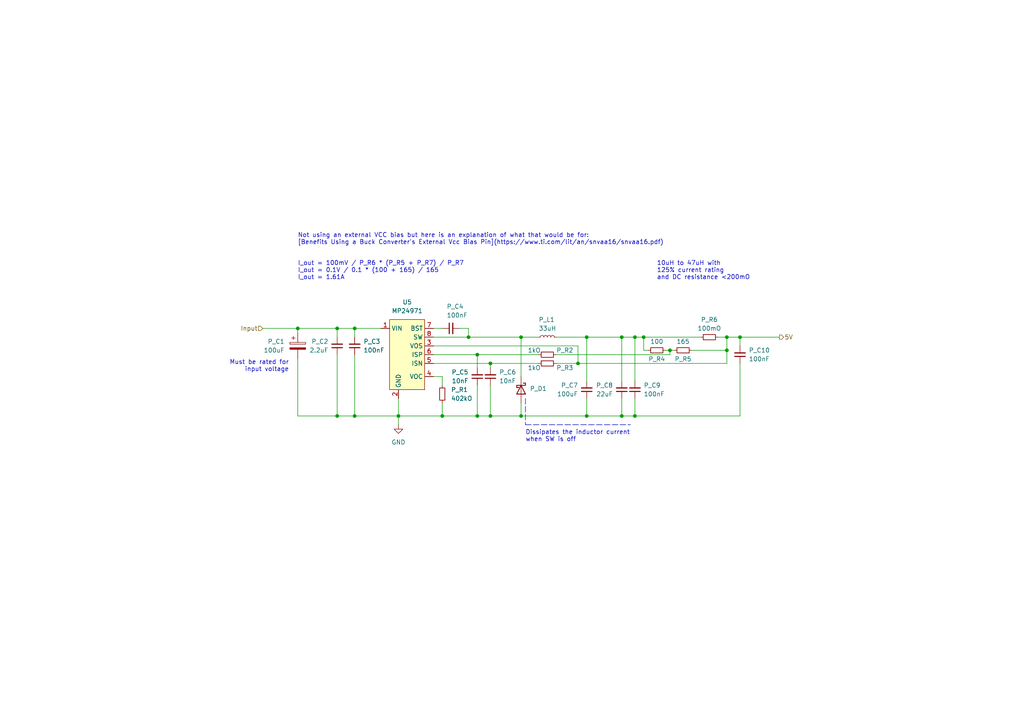
<source format=kicad_sch>
(kicad_sch (version 20211123) (generator eeschema)
  (paper "A4")
  (title_block (title "Anchor7: Buck Converter to 5V, 1.5A"))
  (lib_symbols
    (symbol "Device:C_Polarized" (pin_numbers hide) (pin_names (offset 0.254))
      (property "Reference" "C" (at 0.635 2.54 0))
      (property "Value" "C_Polarized" (at 0.635 -2.54 0))
      (symbol "C_Polarized_0_1"
        (rectangle (start -2.286 0.508) (end 2.286 1.016))
        (polyline (pts (xy -1.778 2.286) (xy -0.762 2.286)))
        (polyline (pts (xy -1.27 2.794) (xy -1.27 1.778)))
        (rectangle (start 2.286 -0.508) (end -2.286 -1.016) (fill (type outline)))
      )
      (symbol "C_Polarized_1_1"
        (pin passive line (at 0 3.81 270) (length 2.794) (name "~") (number "1"))
        (pin passive line (at 0 -3.81 90) (length 2.794) (name "~") (number "2"))
      )
    )
    (symbol "Device:C_Small" (pin_numbers hide) (pin_names (offset 0.254) hide)
      (property "Reference" "C" (at 0.254 1.778 0))
      (property "Value" "C_Small" (at 0.254 -2.032 0))
      (symbol "C_Small_0_1"
        (polyline (pts (xy -1.524 -0.508) (xy 1.524 -0.508)) (stroke (width 0.3302)))
        (polyline (pts (xy -1.524 0.508) (xy 1.524 0.508)) (stroke (width 0.3048)))
      )
      (symbol "C_Small_1_1"
        (pin passive line (at 0 2.54 270) (length 2.032) (name "~") (number "1"))
        (pin passive line (at 0 -2.54 90) (length 2.032) (name "~") (number "2"))
      )
    )
    (symbol "Device:D_Schottky" (pin_numbers hide) (pin_names (offset 1.016) hide)
      (property "Reference" "D" (at 0 2.54 0))
      (property "Value" "D_Schottky" (at 0 -2.54 0))
      (symbol "D_Schottky_0_1"
        (polyline (pts (xy 1.27 0) (xy -1.27 0)))
        (polyline (pts (xy 1.27 1.27) (xy 1.27 -1.27) (xy -1.27 0) (xy 1.27 1.27)) (stroke (width 0.254)))
        (polyline (pts (xy -1.905 0.635) (xy -1.905 1.27) (xy -1.27 1.27) (xy -1.27 -1.27) (xy -0.635 -1.27) (xy -0.635 -0.635)) (stroke (width 0.254)))
      )
      (symbol "D_Schottky_1_1"
        (pin passive line (at -3.81 0 0) (length 2.54) (name "K") (number "1"))
        (pin passive line (at 3.81 0 180) (length 2.54) (name "A") (number "2"))
      )
    )
    (symbol "Device:L_Small" (pin_numbers hide) (pin_names (offset 0.254) hide)
      (property "Reference" "L" (at 0.762 1.016 0))
      (property "Value" "L_Small" (at 0.762 -1.016 0))
      (symbol "L_Small_0_1"
        (arc (start 0 -2.032) (mid 0.508 -1.524) (end 0 -1.016))
        (arc (start 0 -1.016) (mid 0.508 -0.508) (end 0 0))
        (arc (start 0 0) (mid 0.508 0.508) (end 0 1.016))
        (arc (start 0 1.016) (mid 0.508 1.524) (end 0 2.032))
      )
      (symbol "L_Small_1_1"
        (pin passive line (at 0 2.54 270) (length 0.508) (name "~") (number "1"))
        (pin passive line (at 0 -2.54 90) (length 0.508) (name "~") (number "2"))
      )
    )
    (symbol "Device:R_Small" (pin_numbers hide) (pin_names (offset 0.254) hide)
      (property "Reference" "R" (at 0.762 0.508 0))
      (property "Value" "R_Small" (at 0.762 -1.016 0))
      (symbol "R_Small_0_1"
        (rectangle (start -0.762 1.778) (end 0.762 -1.778) (stroke (width 0.2032)))
      )
      (symbol "R_Small_1_1"
        (pin passive line (at 0 2.54 270) (length 0.762) (name "~") (number "1"))
        (pin passive line (at 0 -2.54 90) (length 0.762) (name "~") (number "2"))
      )
    )
    (symbol "Jmptable_Regulator_Switching:MP24971"
      (property "Reference" "U" (at -3.81 11.43 0))
      (property "Value" "MP24971" (at 0 13.97 0))
      (symbol "MP24971_0_0"
        (pin power_in line (at -7.62 7.62 0) (length 2.54) (name "VIN") (number "1"))
        (pin power_in line (at -2.54 -12.7 90) (length 2.54) (name "GND") (number "2"))
        (pin input line (at 7.62 2.54 180) (length 2.54) (name "VOS") (number "3"))
        (pin input line (at 7.62 -6.35 180) (length 2.54) (name "VOC") (number "4"))
        (pin input line (at 7.62 -2.54 180) (length 2.54) (name "ISN") (number "5"))
        (pin input line (at 7.62 0 180) (length 2.54) (name "ISP") (number "6"))
        (pin power_in line (at 7.62 7.62 180) (length 2.54) (name "BST") (number "7"))
        (pin power_out line (at 7.62 5.08 180) (length 2.54) (name "SW") (number "8"))
        (pin power_in line (at -2.54 -12.7 90) (length 2.54) hide (name "GND") (number "9"))
      )
      (symbol "MP24971_0_1"
        (rectangle (start -5.08 10.16) (end 5.08 -10.16) (stroke (width 0.1524)) (fill (type background)))
      )
    )
    (symbol "power:GND" (power) (pin_names (offset 0))
      (property "Value" "GND" (at 0 -3.81 0))
      (symbol "GND_0_1"
        (polyline (pts (xy 0 0) (xy 0 -1.27) (xy 1.27 -1.27) (xy 0 -2.54) (xy -1.27 -1.27) (xy 0 -1.27)))
      )
      (symbol "GND_1_1"
        (pin power_in line (at 0 0 270) (length 0) hide (name "GND") (number "1"))
      )
    )
  )
  (junction (at 170.18 97.79))
  (junction (at 210.82 101.6))
  (junction (at 167.64 105.41))
  (junction (at 180.34 97.79))
  (junction (at 97.79 95.25))
  (junction (at 128.27 120.65))
  (junction (at 151.13 120.65))
  (junction (at 170.18 120.65))
  (junction (at 142.24 120.65))
  (junction (at 97.79 120.65))
  (junction (at 184.15 97.79))
  (junction (at 102.87 95.25))
  (junction (at 138.43 102.87))
  (junction (at 142.24 105.41))
  (junction (at 194.31 101.6))
  (junction (at 180.34 120.65))
  (junction (at 184.15 120.65))
  (junction (at 186.69 97.79))
  (junction (at 210.82 97.79))
  (junction (at 135.89 97.79))
  (junction (at 86.36 95.25))
  (junction (at 115.57 120.65))
  (junction (at 214.63 97.79))
  (junction (at 151.13 97.79))
  (junction (at 138.43 120.65))
  (junction (at 102.87 120.65))
  (wire (pts (xy 97.79 120.65) (xy 86.36 120.65)))
  (wire (pts (xy 138.43 120.65) (xy 142.24 120.65)))
  (wire (pts (xy 76.2 95.25) (xy 86.36 95.25)))
  (wire (pts (xy 138.43 120.65) (xy 128.27 120.65)))
  (wire (pts (xy 115.57 115.57) (xy 115.57 120.65)))
  (wire (pts (xy 102.87 95.25) (xy 102.87 97.79)))
  (wire (pts (xy 86.36 95.25) (xy 97.79 95.25)))
  (wire (pts (xy 170.18 97.79) (xy 161.29 97.79)))
  (wire (pts (xy 167.64 105.41) (xy 161.29 105.41)))
  (wire (pts (xy 170.18 97.79) (xy 180.34 97.79)))
  (wire (pts (xy 97.79 95.25) (xy 97.79 97.79)))
  (wire (pts (xy 151.13 97.79) (xy 151.13 109.22)))
  (wire (pts (xy 180.34 97.79) (xy 180.34 110.49)))
  (wire (pts (xy 125.73 97.79) (xy 135.89 97.79)))
  (wire (pts (xy 186.69 101.6) (xy 186.69 97.79)))
  (wire (pts (xy 184.15 97.79) (xy 180.34 97.79)))
  (polyline (pts (xy 152.4 123.19) (xy 182.88 123.19)))
  (wire (pts (xy 170.18 120.65) (xy 170.18 115.57)))
  (wire (pts (xy 200.66 101.6) (xy 210.82 101.6)))
  (wire (pts (xy 128.27 116.84) (xy 128.27 120.65)))
  (wire (pts (xy 167.64 105.41) (xy 210.82 105.41)))
  (wire (pts (xy 97.79 95.25) (xy 102.87 95.25)))
  (wire (pts (xy 102.87 95.25) (xy 110.49 95.25)))
  (wire (pts (xy 125.73 102.87) (xy 138.43 102.87)))
  (wire (pts (xy 86.36 95.25) (xy 86.36 96.52)))
  (wire (pts (xy 135.89 95.25) (xy 133.35 95.25)))
  (wire (pts (xy 194.31 102.87) (xy 194.31 101.6)))
  (wire (pts (xy 97.79 102.87) (xy 97.79 120.65)))
  (wire (pts (xy 151.13 120.65) (xy 170.18 120.65)))
  (wire (pts (xy 184.15 110.49) (xy 184.15 97.79)))
  (wire (pts (xy 128.27 120.65) (xy 115.57 120.65)))
  (wire (pts (xy 115.57 120.65) (xy 102.87 120.65)))
  (wire (pts (xy 167.64 100.33) (xy 167.64 105.41)))
  (wire (pts (xy 125.73 100.33) (xy 167.64 100.33)))
  (wire (pts (xy 184.15 120.65) (xy 184.15 115.57)))
  (wire (pts (xy 214.63 97.79) (xy 210.82 97.79)))
  (wire (pts (xy 186.69 97.79) (xy 203.2 97.79)))
  (wire (pts (xy 161.29 102.87) (xy 194.31 102.87)))
  (wire (pts (xy 138.43 111.76) (xy 138.43 120.65)))
  (wire (pts (xy 138.43 102.87) (xy 138.43 106.68)))
  (wire (pts (xy 214.63 120.65) (xy 214.63 105.41)))
  (wire (pts (xy 151.13 97.79) (xy 156.21 97.79)))
  (wire (pts (xy 128.27 109.22) (xy 128.27 111.76)))
  (wire (pts (xy 135.89 97.79) (xy 135.89 95.25)))
  (wire (pts (xy 210.82 105.41) (xy 210.82 101.6)))
  (wire (pts (xy 210.82 101.6) (xy 210.82 97.79)))
  (wire (pts (xy 135.89 97.79) (xy 151.13 97.79)))
  (polyline (pts (xy 152.4 115.57) (xy 152.4 123.19)))
  (wire (pts (xy 102.87 120.65) (xy 97.79 120.65)))
  (wire (pts (xy 125.73 95.25) (xy 128.27 95.25)))
  (wire (pts (xy 180.34 120.65) (xy 180.34 115.57)))
  (wire (pts (xy 184.15 120.65) (xy 214.63 120.65)))
  (wire (pts (xy 142.24 120.65) (xy 151.13 120.65)))
  (wire (pts (xy 115.57 123.19) (xy 115.57 120.65)))
  (wire (pts (xy 214.63 100.33) (xy 214.63 97.79)))
  (wire (pts (xy 125.73 105.41) (xy 142.24 105.41)))
  (wire (pts (xy 186.69 97.79) (xy 184.15 97.79)))
  (wire (pts (xy 102.87 102.87) (xy 102.87 120.65)))
  (wire (pts (xy 142.24 105.41) (xy 142.24 106.68)))
  (wire (pts (xy 142.24 120.65) (xy 142.24 111.76)))
  (wire (pts (xy 194.31 101.6) (xy 195.58 101.6)))
  (wire (pts (xy 214.63 97.79) (xy 226.06 97.79)))
  (wire (pts (xy 142.24 105.41) (xy 156.21 105.41)))
  (wire (pts (xy 138.43 102.87) (xy 156.21 102.87)))
  (wire (pts (xy 187.96 101.6) (xy 186.69 101.6)))
  (wire (pts (xy 180.34 120.65) (xy 184.15 120.65)))
  (wire (pts (xy 170.18 110.49) (xy 170.18 97.79)))
  (wire (pts (xy 194.31 101.6) (xy 193.04 101.6)))
  (wire (pts (xy 125.73 109.22) (xy 128.27 109.22)))
  (wire (pts (xy 210.82 97.79) (xy 208.28 97.79)))
  (wire (pts (xy 151.13 120.65) (xy 151.13 116.84)))
  (wire (pts (xy 86.36 104.14) (xy 86.36 120.65)))
  (wire (pts (xy 170.18 120.65) (xy 180.34 120.65)))
  (text "10uH to 47uH with\n125% current rating\nand DC resistance <200mO" (at 190.5 81.28 0) (effects (font (size 1.27 1.27)) (justify left bottom)))
  (text "Not using an external VCC bias but here is an explanation of what that would be for:\n[Benefits Using a Buck Converter's External Vcc Bias Pin](https://www.ti.com/lit/an/snvaa16/snvaa16.pdf)" (at 86.36 71.12 0) (effects (font (size 1.27 1.27)) (justify left bottom)))
  (text "Must be rated for\ninput voltage" (at 83.82 107.95 180) (effects (font (size 1.27 1.27)) (justify right bottom)))
  (text "Dissipates the inductor current\nwhen SW is off" (at 152.4 128.27 0) (effects (font (size 1.27 1.27)) (justify left bottom)))
  (text "I_out = 100mV / P_R6 * (P_R5 + P_R7) / P_R7\nI_out = 0.1V / 0.1 * (100 + 165) / 165\nI_out = 1.61A" (at 86.36 81.28 0) (effects (font (size 1.27 1.27)) (justify left bottom)))
  (hierarchical_label "5V" (shape output) (at 226.06 97.79 0))
  (hierarchical_label "Input" (shape input) (at 76.2 95.25 180))
  (symbol (lib_id "Device:R_Small") (at 158.75 102.87 90) (mirror x) (unit 1)
    (property "Reference" "P_R2" (at 163.83 101.6 90))
    (property "Value" "1kO" (at 154.94 101.6 90))
    (property "Footprint" "Resistor_SMD:R_0402_1005Metric" (effects hide))
    (property "Digi-Key Part Number" "P1.0KJTR-ND" (effects hide))
  )
  (symbol (lib_id "Device:C_Small") (at 180.34 113.03 0) (mirror x) (unit 1)
    (property "Reference" "P_C8" (at 177.8 111.7535 0) (effects (justify right)))
    (property "Value" "22uF" (at 177.8 114.2935 0) (effects (justify right)))
    (property "Footprint" "Capacitor_SMD:C_0805_2012Metric" (effects hide))
    (property "Digi-Key Part Number" "490-10511-2-ND" (effects hide))
  )
  (symbol (lib_id "Device:C_Polarized") (at 86.36 100.33 0) (unit 1)
    (property "Reference" "P_C1" (at 82.55 99.06 0) (effects (justify right)))
    (property "Value" "100uF" (at 82.55 101.6 0) (effects (justify right)))
    (property "Footprint" "Capacitor_THT:CP_Radial_D8.0mm_P3.50mm" (effects hide))
    (property "Digi-Key Part Number" "1189-3041-ND" (effects hide))
  )
  (symbol (lib_id "Device:C_Small") (at 170.18 113.03 0) (mirror x) (unit 1)
    (property "Reference" "P_C7" (at 167.64 111.7535 0) (effects (justify right)))
    (property "Value" "100uF" (at 167.64 114.2935 0) (effects (justify right)))
    (property "Footprint" "Capacitor_SMD:C_1210_3225Metric" (effects hide))
    (property "Digi-Key Part Number" "1276-1092-2-ND" (effects hide))
  )
  (symbol (lib_id "Device:C_Small") (at 214.63 102.87 180) (unit 1)
    (property "Reference" "P_C10" (at 217.17 101.5935 0) (effects (justify right)))
    (property "Value" "100nF" (at 217.17 104.1335 0) (effects (justify right)))
    (property "Footprint" "Capacitor_SMD:C_0402_1005Metric" (effects hide))
    (property "Digi-Key Part Number" "1276-1004-2-ND" (effects hide))
  )
  (symbol (lib_id "Device:C_Small") (at 102.87 100.33 180) (unit 1)
    (property "Reference" "P_C3" (at 105.41 99.0535 0) (effects (justify right)))
    (property "Value" "100nF" (at 105.41 101.5935 0) (effects (justify right)))
    (property "Footprint" "Capacitor_SMD:C_0805_2012Metric" (effects hide))
    (property "Digi-Key Part Number" "399-C0805C104KMREC7210TR-ND" (effects hide))
  )
  (symbol (lib_id "Device:D_Schottky") (at 151.13 113.03 270) (unit 1)
    (property "Reference" "P_D1" (at 153.67 112.7124 90) (effects (justify left)))
    (property "Value" "D_Schottky" (effects hide))
    (property "Footprint" "Diode_SMD:D_SMA" (effects hide))
    (property "Digi-Key Part Number" "641-1102-2-ND" (effects hide))
  )
  (symbol (lib_id "Device:C_Small") (at 97.79 100.33 0) (mirror x) (unit 1)
    (property "Reference" "P_C2" (at 95.25 99.0535 0) (effects (justify right)))
    (property "Value" "2.2uF" (at 95.25 101.5935 0) (effects (justify right)))
    (property "Footprint" "Capacitor_SMD:C_1206_3216Metric" (effects hide))
    (property "Digi-Key Part Number" "445-181654-2-ND" (effects hide))
  )
  (symbol (lib_id "Device:R_Small") (at 205.74 97.79 90) (unit 1)
    (property "Reference" "P_R6" (at 205.74 92.71 90))
    (property "Value" "100mO" (at 205.74 95.25 90))
    (property "Footprint" "Resistor_SMD:R_2512_6332Metric" (effects hide))
    (property "Digi-Key Part Number" "CSRN2512FKR100TR-ND" (effects hide))
  )
  (symbol (lib_id "Device:R_Small") (at 198.12 101.6 90) (unit 1)
    (property "Reference" "P_R5" (at 198.12 104.14 90))
    (property "Value" "165" (at 198.12 99.06 90))
    (property "Footprint" "Resistor_SMD:R_0402_1005Metric" (effects hide))
    (property "Digi-Key Part Number" "RMCF0402FT165RTR-ND" (effects hide))
  )
  (symbol (lib_id "Device:R_Small") (at 190.5 101.6 90) (unit 1)
    (property "Reference" "P_R4" (at 190.5 104.14 90))
    (property "Value" "100" (at 190.5 99.06 90))
    (property "Footprint" "Resistor_SMD:R_0402_1005Metric" (effects hide))
    (property "Digi-Key Part Number" "CR0402-JW-101GLFTR-ND" (effects hide))
  )
  (symbol (lib_id "power:GND") (at 115.57 123.19 0) (unit 1)
    (property "Reference" "#PWR0137" (effects hide))
    (property "Value" "GND" (at 115.57 128.27 0))
  )
  (symbol (lib_id "Device:L_Small") (at 158.75 97.79 90) (unit 1)
    (property "Reference" "P_L1" (at 156.21 92.71 90) (effects (justify right)))
    (property "Value" "33uH" (at 156.21 95.25 90) (effects (justify right)))
    (property "Footprint" "Jmptable_Inductor_SMD:L_Taiyo-Yuden_NS-125xx" (effects hide))
    (property "Digi-Key Part Number" "NS12555T330MN" (effects hide))
  )
  (symbol (lib_id "Device:R_Small") (at 158.75 105.41 90) (mirror x) (unit 1)
    (property "Reference" "P_R3" (at 163.83 106.68 90))
    (property "Value" "1kO" (at 154.94 106.68 90))
    (property "Footprint" "Resistor_SMD:R_0402_1005Metric" (effects hide))
    (property "Digi-Key Part Number" "P1.0KJTR-ND" (effects hide))
  )
  (symbol (lib_id "Jmptable_Regulator_Switching:MP24971") (at 118.11 102.87 0) (unit 1)
    (property "Reference" "U5" (at 118.11 87.63 0))
    (property "Value" "MP24971" (at 118.11 90.17 0))
    (property "Footprint" "Package_SO:SOIC-8-1EP_3.9x4.9mm_P1.27mm_EP2.29x3mm_ThermalVias" (effects hide))
    (property "Datasheet" "https://www.monolithicpower.com/en/documentview/productdocument/index/version/2/document_type/Datasheet/lang/EN/sku/MP24971/document_id/1970/" (effects hide))
    (property "Digi-Key Part Number" "MP24971DN-LF-Z " (effects hide))
  )
  (symbol (lib_id "Device:C_Small") (at 130.81 95.25 90) (unit 1)
    (property "Reference" "P_C4" (at 129.54 88.9 90) (effects (justify right)))
    (property "Value" "100nF" (at 129.54 91.44 90) (effects (justify right)))
    (property "Footprint" "Capacitor_SMD:C_0402_1005Metric" (effects hide))
    (property "Digi-Key Part Number" "1276-1004-2-ND" (effects hide))
  )
  (symbol (lib_id "Device:C_Small") (at 184.15 113.03 180) (unit 1)
    (property "Reference" "P_C9" (at 186.69 111.7535 0) (effects (justify right)))
    (property "Value" "100nF" (at 186.69 114.2935 0) (effects (justify right)))
    (property "Footprint" "Capacitor_SMD:C_0402_1005Metric" (effects hide))
    (property "Digi-Key Part Number" "1276-1004-2-ND" (effects hide))
  )
  (symbol (lib_id "Device:C_Small") (at 138.43 109.22 0) (mirror x) (unit 1)
    (property "Reference" "P_C5" (at 135.89 107.9435 0) (effects (justify right)))
    (property "Value" "10nF" (at 135.89 110.4835 0) (effects (justify right)))
    (property "Footprint" "Capacitor_SMD:C_0402_1005Metric" (effects hide))
    (property "Digi-Key Part Number" "478-04025C103MAT2ATR-ND" (effects hide))
  )
  (symbol (lib_id "Device:C_Small") (at 142.24 109.22 180) (unit 1)
    (property "Reference" "P_C6" (at 144.78 107.9435 0) (effects (justify right)))
    (property "Value" "10nF" (at 144.78 110.4835 0) (effects (justify right)))
    (property "Footprint" "Capacitor_SMD:C_0402_1005Metric" (effects hide))
    (property "Digi-Key Part Number" "478-04025C103MAT2ATR-ND" (effects hide))
  )
  (symbol (lib_id "Device:R_Small") (at 128.27 114.3 0) (unit 1)
    (property "Reference" "P_R1" (at 130.81 113.0299 0) (effects (justify left)))
    (property "Value" "402kO" (at 130.81 115.5699 0) (effects (justify left)))
    (property "Footprint" "Resistor_SMD:R_0402_1005Metric" (effects hide))
    (property "Digi-Key Part Number" "RMCF0402FT402KTR-ND" (effects hide))
  )
)
</source>
